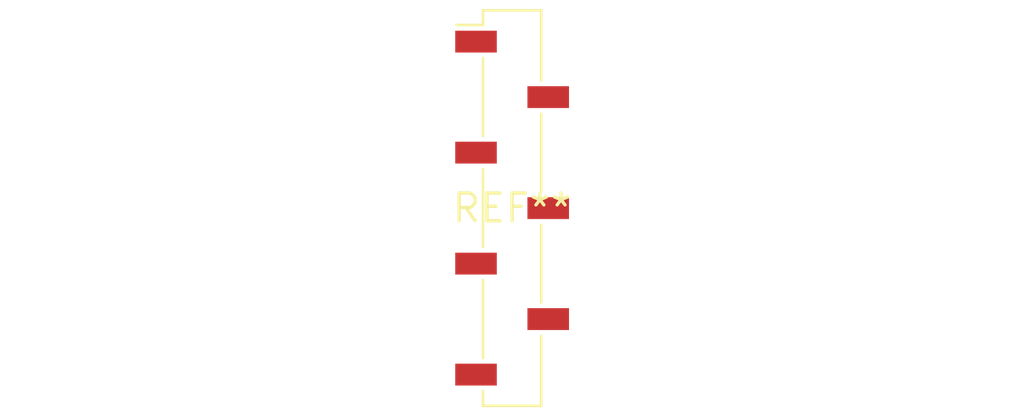
<source format=kicad_pcb>
(kicad_pcb (version 20240108) (generator pcbnew)
  (layers (0 "F.Cu" signal) (31 "B.Cu" signal) (34 "B.Paste" user) (35 "F.Paste" user) (36 "B.SilkS" user "B.Silkscreen") (37 "F.SilkS" user "F.Silkscreen") (38 "B.Mask" user) (39 "F.Mask" user) (44 "Edge.Cuts" user))
  (net 0 "")
  (footprint "PinSocket_1x07_P2.54mm_Vertical_SMD_Pin1Left" (layer "F.Cu") (at 0 0)
    (property "Reference" "REF**")
    (property "Value" "PinSocket_1x07_P2.54mm_Vertical_SMD_Pin1Left")
    (fp_line (start -2.54 -8.38) (end -1.33 -8.38) (layer "F.SilkS") (stroke (width 0.12)))
    (fp_line (start -1.33 -9.05) (end -1.33 -8.38) (layer "F.SilkS") (stroke (width 0.12)))
    (fp_line (start -1.33 -9.05) (end 1.33 -9.05) (layer "F.SilkS") (stroke (width 0.12)))
    (fp_line (start -1.33 -6.86) (end -1.33 -3.3) (layer "F.SilkS") (stroke (width 0.12)))
    (fp_line (start -1.33 -1.78) (end -1.33 1.78) (layer "F.SilkS") (stroke (width 0.12)))
    (fp_line (start -1.33 3.3) (end -1.33 6.86) (layer "F.SilkS") (stroke (width 0.12)))
    (fp_line (start -1.33 8.38) (end -1.33 9.05) (layer "F.SilkS") (stroke (width 0.12)))
    (fp_line (start -1.33 9.05) (end 1.33 9.05) (layer "F.SilkS") (stroke (width 0.12)))
    (fp_line (start 1.33 -9.05) (end 1.33 -5.84) (layer "F.SilkS") (stroke (width 0.12)))
    (fp_line (start 1.33 -4.32) (end 1.33 -0.76) (layer "F.SilkS") (stroke (width 0.12)))
    (fp_line (start 1.33 0.76) (end 1.33 4.32) (layer "F.SilkS") (stroke (width 0.12)))
    (fp_line (start 1.33 5.84) (end 1.33 9.05) (layer "F.SilkS") (stroke (width 0.12)))
    (pad "1" smd rect (at -1.65 -7.62) (size 1.9 1) (layers "F.Cu" "F.Paste" "F.Mask"))
    (pad "2" smd rect (at 1.65 -5.08) (size 1.9 1) (layers "F.Cu" "F.Paste" "F.Mask"))
    (pad "3" smd rect (at -1.65 -2.54) (size 1.9 1) (layers "F.Cu" "F.Paste" "F.Mask"))
    (pad "4" smd rect (at 1.65 0) (size 1.9 1) (layers "F.Cu" "F.Paste" "F.Mask"))
    (pad "5" smd rect (at -1.65 2.54) (size 1.9 1) (layers "F.Cu" "F.Paste" "F.Mask"))
    (pad "6" smd rect (at 1.65 5.08) (size 1.9 1) (layers "F.Cu" "F.Paste" "F.Mask"))
    (pad "7" smd rect (at -1.65 7.62) (size 1.9 1) (layers "F.Cu" "F.Paste" "F.Mask"))
  )
)
</source>
